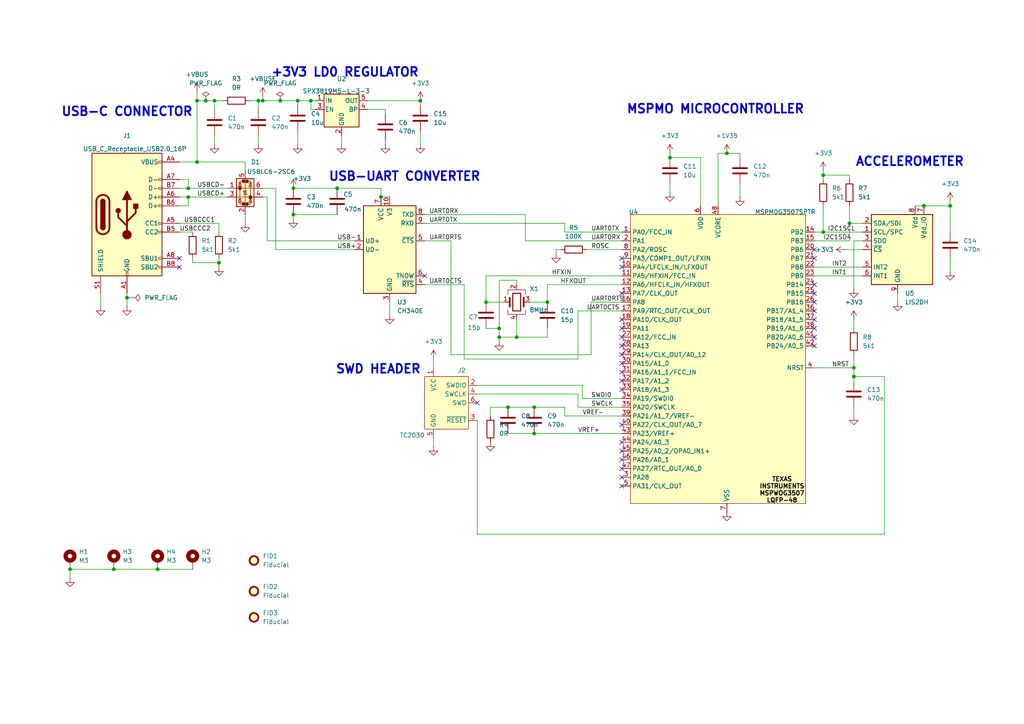
<source format=kicad_sch>
(kicad_sch (version 20250114) (generator "eeschema") (generator_version "9.0")
  (paper "A4")
  (lib_symbols
    (symbol "Connector:Conn_ARM_SWD_TagConnect_TC2030" (in_bom no)
      (property "Reference" "J3" (at -6.35 1.2701 0))
      (property "Value" "Conn_ARM_SWD_TagConnect_TC2030" (at -6.35 -1.2699 0))
      (symbol "Conn_ARM_SWD_TagConnect_TC2030_0_0"
        (pin power_in line (at -2.54 10.16 270) (length 2.54) (name "VCC") (number "1"))
        (pin power_in line (at -2.54 -10.16 90) (length 2.54) (name "GND") (number "5"))
        (pin bidirectional line (at 10.16 5.08 180) (length 2.54) (name "SWDIO") (number "2"))
        (pin output line (at 10.16 2.54 180) (length 2.54) (name "SWCLK") (number "4"))
        (pin input line (at 10.16 0 180) (length 2.54) (name "SWO") (number "6"))
        (pin open_collector line (at 10.16 -5.08 180) (length 2.54) (name "~{RESET}") (number "3"))
      )
    )
    (symbol "Connector:USB_C_Receptacle_USB2.0_16P" (pin_names (offset 1.016))
      (property "Reference" "J1" (at 0 22.86 0))
      (property "Value" "USB_C_Receptacle_USB2.0_16P" (at 0 20.32 0))
      (symbol "USB_C_Receptacle_USB2.0_16P_1_1"
        (pin passive line (at -7.62 -22.86 90) (length 5.08) (name "SHIELD") (number "S1"))
        (pin passive line (at 0 -22.86 90) (length 5.08) (name "GND") (number "A1"))
        (pin passive line (at 0 -22.86 90) (length 5.08) (hide yes) (name "GND") (number "A12"))
        (pin passive line (at 0 -22.86 90) (length 5.08) (hide yes) (name "GND") (number "B1"))
        (pin passive line (at 0 -22.86 90) (length 5.08) (hide yes) (name "GND") (number "B12"))
        (pin passive line (at 15.24 15.24 180) (length 5.08) (name "VBUS") (number "A4"))
        (pin passive line (at 15.24 15.24 180) (length 5.08) (hide yes) (name "VBUS") (number "A9"))
        (pin passive line (at 15.24 15.24 180) (length 5.08) (hide yes) (name "VBUS") (number "B4"))
        (pin passive line (at 15.24 15.24 180) (length 5.08) (hide yes) (name "VBUS") (number "B9"))
        (pin bidirectional line (at 15.24 10.16 180) (length 5.08) (name "D-") (number "A7"))
        (pin bidirectional line (at 15.24 7.62 180) (length 5.08) (name "D-") (number "B7"))
        (pin bidirectional line (at 15.24 5.08 180) (length 5.08) (name "D+") (number "A6"))
        (pin bidirectional line (at 15.24 2.54 180) (length 5.08) (name "D+") (number "B6"))
        (pin bidirectional line (at 15.24 -2.54 180) (length 5.08) (name "CC1") (number "A5"))
        (pin bidirectional line (at 15.24 -5.08 180) (length 5.08) (name "CC2") (number "B5"))
        (pin bidirectional line (at 15.24 -12.7 180) (length 5.08) (name "SBU1") (number "A8"))
        (pin bidirectional line (at 15.24 -15.24 180) (length 5.08) (name "SBU2") (number "B8"))
      )
    )
    (symbol "Device:C" (pin_numbers (hide yes)) (pin_names (offset 0.254))
      (property "Reference" "C" (at 0.635 2.54 0))
      (property "Value" "C" (at 0.635 -2.54 0))
      (symbol "C_1_1"
        (pin passive line (at 0 3.81 270) (length 2.794) (name "~") (number "1"))
        (pin passive line (at 0 -3.81 90) (length 2.794) (name "~") (number "2"))
      )
    )
    (symbol "Device:Crystal_GND24" (pin_names (offset 1.016) (hide yes))
      (property "Reference" "Y" (at 3.175 5.08 0))
      (property "Value" "Crystal_GND24" (at 3.175 3.175 0))
      (symbol "Crystal_GND24_1_1"
        (pin passive line (at -3.81 0 0) (length 1.27) (name "1") (number "1"))
        (pin passive line (at 0 5.08 270) (length 1.27) (name "2") (number "2"))
        (pin passive line (at 0 -5.08 90) (length 1.27) (name "4") (number "4"))
        (pin passive line (at 3.81 0 180) (length 1.27) (name "3") (number "3"))
      )
    )
    (symbol "Device:R" (pin_numbers (hide yes)) (pin_names (offset 0))
      (property "Reference" "R" (at 2.032 0 90))
      (property "Value" "R" (at 0 0 90))
      (symbol "R_1_1"
        (pin passive line (at 0 3.81 270) (length 1.27) (name "~") (number "1"))
        (pin passive line (at 0 -3.81 90) (length 1.27) (name "~") (number "2"))
      )
    )
    (symbol "Interface_USB:CH340E"
      (property "Reference" "U" (at -5.08 13.97 0))
      (property "Value" "CH340E" (at 1.27 13.97 0))
      (symbol "CH340E_1_1"
        (pin bidirectional line (at -10.16 2.54 0) (length 2.54) (name "UD+") (number "1"))
        (pin bidirectional line (at -10.16 0 0) (length 2.54) (name "UD-") (number "2"))
        (pin power_in line (at -2.54 15.24 270) (length 2.54) (name "VCC") (number "7"))
        (pin power_out line (at 0 15.24 270) (length 2.54) (name "V3") (number "10"))
        (pin power_in line (at 0 -15.24 90) (length 2.54) (name "GND") (number "3"))
        (pin output line (at 10.16 10.16 180) (length 2.54) (name "TXD") (number "8"))
        (pin input line (at 10.16 7.62 180) (length 2.54) (name "RXD") (number "9"))
        (pin input line (at 10.16 2.54 180) (length 2.54) (name "~{CTS}") (number "5"))
        (pin output line (at 10.16 -7.62 180) (length 2.54) (name "TNOW") (number "6"))
        (pin output line (at 10.16 -10.16 180) (length 2.54) (name "~{RTS}") (number "4"))
      )
    )
    (symbol "MSPM0_Lib:MSPM0G3507SPTR"
      (property "Reference" "U1" (at -0.508 0.762 0))
      (property "Value" "MSPM0G3507SPTR" (at 42.164 0.762 0))
      (symbol "MSPM0G3507SPTR_0_0"
        (pin bidirectional line (at -2.54 -5.08 0) (length 2.54) (name "PA0/FCC_IN") (number "1"))
        (pin bidirectional line (at -2.54 -7.62 0) (length 2.54) (name "PA1") (number "2"))
        (pin bidirectional line (at -2.54 -10.16 0) (length 2.54) (name "PA2/ROSC") (number "8"))
        (pin bidirectional line (at -2.54 -12.7 0) (length 2.54) (name "PA3/COMP1_OUT/LFXIN") (number "9"))
        (pin bidirectional line (at -2.54 -15.24 0) (length 2.54) (name "PA4/LFCLK_IN/LFXOUT") (number "10"))
        (pin bidirectional line (at -2.54 -17.78 0) (length 2.54) (name "PA5/HFXIN/FCC_IN") (number "11"))
        (pin bidirectional line (at -2.54 -20.32 0) (length 2.54) (name "PA6/HFCLK_IN/HFXOUT") (number "12"))
        (pin bidirectional line (at -2.54 -22.86 0) (length 2.54) (name "PA7/CLK_OUT") (number "13"))
        (pin bidirectional line (at -2.54 -25.4 0) (length 2.54) (name "PA8") (number "16"))
        (pin bidirectional line (at -2.54 -27.94 0) (length 2.54) (name "PA9/RTC_OUT/CLK_OUT") (number "17"))
        (pin bidirectional line (at -2.54 -30.48 0) (length 2.54) (name "PA10/CLK_OUT") (number "18"))
        (pin bidirectional line (at -2.54 -33.02 0) (length 2.54) (name "PA11") (number "19"))
        (pin bidirectional line (at -2.54 -35.56 0) (length 2.54) (name "PA12/FCC_IN") (number "27"))
        (pin bidirectional line (at -2.54 -38.1 0) (length 2.54) (name "PA13") (number "28"))
        (pin bidirectional line (at -2.54 -40.64 0) (length 2.54) (name "PA14/CLK_OUT/A0_12") (number "29"))
        (pin bidirectional line (at -2.54 -43.18 0) (length 2.54) (name "PA15/A1_0") (number "30"))
        (pin bidirectional line (at -2.54 -45.72 0) (length 2.54) (name "PA16/A1_1/FCC_IN") (number "31"))
        (pin bidirectional line (at -2.54 -48.26 0) (length 2.54) (name "PA17/A1_2") (number "32"))
        (pin bidirectional line (at -2.54 -50.8 0) (length 2.54) (name "PA18/A1_3") (number "33"))
        (pin bidirectional line (at -2.54 -53.34 0) (length 2.54) (name "PA19/SWDI0") (number "34"))
        (pin bidirectional line (at -2.54 -55.88 0) (length 2.54) (name "PA20/SWCLK") (number "35"))
        (pin bidirectional line (at -2.54 -58.42 0) (length 2.54) (name "PA21/A1_7/VREF-") (number "39"))
        (pin bidirectional line (at -2.54 -60.96 0) (length 2.54) (name "PA22/CLK_OUT/A0_7") (number "40"))
        (pin bidirectional line (at -2.54 -63.5 0) (length 2.54) (name "PA23/VREF+") (number "43"))
        (pin bidirectional line (at -2.54 -66.04 0) (length 2.54) (name "PA24/A0_3") (number "44"))
        (pin bidirectional line (at -2.54 -68.58 0) (length 2.54) (name "PA25/A0_2/OPA0_IN1+") (number "45"))
        (pin bidirectional line (at -2.54 -71.12 0) (length 2.54) (name "PA26/A0_1") (number "46"))
        (pin bidirectional line (at -2.54 -73.66 0) (length 2.54) (name "PA27/RTC_OUT/A0_0") (number "47"))
        (pin bidirectional line (at -2.54 -76.2 0) (length 2.54) (name "PA28") (number "3"))
        (pin bidirectional line (at -2.54 -78.74 0) (length 2.54) (name "PA31/CLK_OUT") (number "5"))
        (pin power_in line (at 20.32 2.54 270) (length 2.54) (name "VDD") (number "6"))
        (pin power_out line (at 25.4 2.54 270) (length 2.54) (name "VCORE") (number "48"))
        (pin power_in line (at 27.94 -86.36 90) (length 2.54) (name "VSS") (number "7"))
        (pin bidirectional line (at 53.34 -5.08 180) (length 2.54) (name "PB2") (number "14"))
        (pin bidirectional line (at 53.34 -7.62 180) (length 2.54) (name "PB3") (number "15"))
        (pin bidirectional line (at 53.34 -10.16 180) (length 2.54) (name "PB6") (number "20"))
        (pin bidirectional line (at 53.34 -12.7 180) (length 2.54) (name "PB7") (number "21"))
        (pin bidirectional line (at 53.34 -15.24 180) (length 2.54) (name "PB8") (number "22"))
        (pin bidirectional line (at 53.34 -17.78 180) (length 2.54) (name "PB9") (number "23"))
        (pin bidirectional line (at 53.34 -20.32 180) (length 2.54) (name "PB14") (number "24"))
        (pin bidirectional line (at 53.34 -22.86 180) (length 2.54) (name "PB15") (number "25"))
        (pin bidirectional line (at 53.34 -25.4 180) (length 2.54) (name "PB16") (number "26"))
        (pin bidirectional line (at 53.34 -27.94 180) (length 2.54) (name "PB17/A1_4") (number "36"))
        (pin bidirectional line (at 53.34 -30.48 180) (length 2.54) (name "PB18/A1_5") (number "37"))
        (pin bidirectional line (at 53.34 -33.02 180) (length 2.54) (name "PB19/A1_6") (number "38"))
        (pin bidirectional line (at 53.34 -35.56 180) (length 2.54) (name "PB20/A0_6") (number "41"))
        (pin bidirectional line (at 53.34 -38.1 180) (length 2.54) (name "PB24/A0_5") (number "42"))
        (pin input line (at 53.34 -44.45 180) (length 2.54) (name "NRST") (number "4"))
      )
      (symbol "MSPM0G3507SPTR_1_1"
        (text "TEXAS\nINSTRUMENTS\nMSPWOG3507\nLQFP-48" (at 43.942 -79.756 0) (effects (font (size 1.27 1.27) (thickness 0.254) (bold yes))))
      )
    )
    (symbol "Mechanical:Fiducial" (in_bom no)
      (property "Reference" "FID" (at 0 5.08 0))
      (property "Value" "Fiducial" (at 0 3.175 0))
    )
    (symbol "Mechanical:MountingHole_Pad" (pin_numbers (hide yes)) (pin_names (offset 1.016) (hide yes)) (in_bom no)
      (property "Reference" "H" (at 0 6.35 0))
      (property "Value" "MountingHole_Pad" (at 0 4.445 0))
      (symbol "MountingHole_Pad_1_1"
        (pin input line (at 0 -2.54 90) (length 2.54) (name "1") (number "1"))
      )
    )
    (symbol "Power_Protection:USBLC6-2SC6" (pin_names (hide yes))
      (property "Reference" "U" (at 0.635 5.715 0))
      (property "Value" "USBLC6-2SC6" (at 0.635 3.81 0))
      (symbol "USBLC6-2SC6_1_1"
        (pin passive line (at -5.08 0 0) (length 2.54) (name "I/O1") (number "1"))
        (pin passive line (at -5.08 -2.54 0) (length 2.54) (name "I/O2") (number "3"))
        (pin passive line (at 0 5.08 270) (length 2.54) (name "VBUS") (number "5"))
        (pin passive line (at 0 -7.62 90) (length 2.54) (name "GND") (number "2"))
        (pin passive line (at 5.08 0 180) (length 2.54) (name "I/O1") (number "6"))
        (pin passive line (at 5.08 -2.54 180) (length 2.54) (name "I/O2") (number "4"))
      )
    )
    (symbol "Regulator_Linear:SPX3819M5-L-3-3" (pin_names (offset 0.254))
      (property "Reference" "U" (at -3.81 5.715 0))
      (property "Value" "SPX3819M5-L-3-3" (at 0 5.715 0))
      (symbol "SPX3819M5-L-3-3_1_1"
        (pin power_in line (at -7.62 2.54 0) (length 2.54) (name "IN") (number "1"))
        (pin input line (at -7.62 0 0) (length 2.54) (name "EN") (number "3"))
        (pin power_in line (at 0 -7.62 90) (length 2.54) (name "GND") (number "2"))
        (pin power_out line (at 7.62 2.54 180) (length 2.54) (name "OUT") (number "5"))
        (pin input line (at 7.62 0 180) (length 2.54) (name "BP") (number "4"))
      )
    )
    (symbol "Sensor_Motion:LIS2DH"
      (property "Reference" "U5" (at 2.1433 -12.7 0))
      (property "Value" "LIS2DH" (at 2.1433 -15.24 0))
      (symbol "LIS2DH_1_1"
        (pin bidirectional line (at -10.16 7.62 0) (length 2.54) (name "SDA/SDI") (number "2"))
        (pin input line (at -10.16 5.08 0) (length 2.54) (name "SCL/SPC") (number "1"))
        (pin output line (at -10.16 2.54 0) (length 2.54) (name "SDO") (number "3"))
        (pin input line (at -10.16 0 0) (length 2.54) (name "~{CS}") (number "4"))
        (pin output line (at -10.16 -5.08 0) (length 2.54) (name "INT2") (number "5"))
        (pin output line (at -10.16 -7.62 0) (length 2.54) (name "INT1") (number "6"))
        (pin passive line (at 0 -12.7 90) (length 2.54) (hide yes) (name "GND") (number "10"))
        (pin passive line (at 0 -12.7 90) (length 2.54) (hide yes) (name "GND") (number "11"))
        (pin passive line (at 0 -12.7 90) (length 2.54) (hide yes) (name "GND") (number "12"))
        (pin passive line (at 0 -12.7 90) (length 2.54) (hide yes) (name "GND") (number "13"))
        (pin passive line (at 0 -12.7 90) (length 2.54) (hide yes) (name "GND") (number "14"))
        (pin power_in line (at 0 -12.7 90) (length 2.54) (name "GND") (number "9"))
        (pin power_in line (at 5.08 12.7 270) (length 2.54) (name "Vdd") (number "8"))
        (pin power_in line (at 7.62 12.7 270) (length 2.54) (name "Vdd_IO") (number "7"))
      )
    )
    (symbol "power:+3.3V" (power) (pin_numbers (hide yes)) (pin_names (offset 0) (hide yes))
      (property "Value" "+3.3V" (at 0 3.556 0))
      (symbol "+3.3V_1_1"
        (pin power_in line (at 0 0 90) (length 0) (name "~") (number "1"))
      )
    )
    (symbol "power:GND" (power) (pin_numbers (hide yes)) (pin_names (offset 0) (hide yes))
      (property "Value" "GND" (at 0 -3.81 0))
      (symbol "GND_1_1"
        (pin power_in line (at 0 0 270) (length 0) (name "~") (number "1"))
      )
    )
    (symbol "power:PWR_FLAG" (power) (pin_numbers (hide yes)) (pin_names (offset 0) (hide yes))
      (property "Value" "PWR_FLAG" (at 0 3.81 0))
      (symbol "PWR_FLAG_0_0"
        (pin power_out line (at 0 0 90) (length 0) (name "~") (number "1"))
      )
    )
    (symbol "power:VBUS" (power) (pin_numbers (hide yes)) (pin_names (offset 0) (hide yes))
      (property "Value" "VBUS" (at 0 3.556 0))
      (symbol "VBUS_1_1"
        (pin power_in line (at 0 0 90) (length 0) (name "~") (number "1"))
      )
    )
  )
  (text "MSPMO MICROCONTROLLER" (at 207.518 31.75 0) (effects (font (size 2.54 2.54) (thickness 0.508) (bold yes))))
  (text "USB-C CONNECTOR" (at 36.83 32.512 0) (effects (font (size 2.54 2.54) (thickness 0.508) (bold yes))))
  (text "+3V3 LD0 REGULATOR" (at 100.076 21.082 0) (effects (font (size 2.54 2.54) (thickness 0.508) (bold yes))))
  (text "SWD HEADER" (at 109.728 107.188 0) (effects (font (size 2.54 2.54) (thickness 0.508) (bold yes))))
  (text "ACCELEROMETER" (at 263.906 46.99 0) (effects (font (size 2.54 2.54) (thickness 0.508) (bold yes))))
  (text "USB-UART CONVERTER" (at 117.348 51.308 0) (effects (font (size 2.54 2.54) (thickness 0.508) (bold yes))))
  (junction (at 20.32 165.1))
  (junction (at 144.78 97.79))
  (junction (at 238.76 67.31))
  (junction (at 62.23 29.21))
  (junction (at 33.02 165.1))
  (junction (at 158.75 87.63))
  (junction (at 149.86 97.79))
  (junction (at 36.83 86.36))
  (junction (at 154.94 125.73))
  (junction (at 110.49 57.15))
  (junction (at 194.31 45.72))
  (junction (at 81.28 29.21))
  (junction (at 275.59 59.69))
  (junction (at 85.09 54.61))
  (junction (at 97.79 54.61))
  (junction (at 54.61 57.15))
  (junction (at 238.76 50.8))
  (junction (at 57.15 46.99))
  (junction (at 246.38 64.77))
  (junction (at 54.61 54.61))
  (junction (at 63.5 76.2))
  (junction (at 247.65 106.68))
  (junction (at 140.97 87.63))
  (junction (at 76.2 29.21))
  (junction (at 210.82 44.45))
  (junction (at 45.72 165.1))
  (junction (at 154.94 118.11))
  (junction (at 121.92 29.21))
  (junction (at 267.97 59.69))
  (junction (at 86.36 29.21))
  (junction (at 247.65 109.22))
  (junction (at 90.17 29.21))
  (junction (at 147.32 118.11))
  (junction (at 59.69 29.21))
  (junction (at 74.93 29.21))
  (junction (at 57.15 29.21))
  (junction (at 85.09 62.23))
  (junction (at 144.78 95.25))
  (no_connect (at 180.34 135.89))
  (no_connect (at 180.34 140.97))
  (no_connect (at 236.22 87.63))
  (no_connect (at 180.34 102.87))
  (no_connect (at 236.22 82.55))
  (no_connect (at 180.34 100.33))
  (no_connect (at 180.34 128.27))
  (no_connect (at 180.34 110.49))
  (no_connect (at 180.34 105.41))
  (no_connect (at 180.34 74.93))
  (no_connect (at 180.34 97.79))
  (no_connect (at 236.22 90.17))
  (no_connect (at 236.22 95.25))
  (no_connect (at 180.34 85.09))
  (no_connect (at 180.34 95.25))
  (no_connect (at 236.22 85.09))
  (no_connect (at 180.34 113.03))
  (no_connect (at 180.34 77.47))
  (no_connect (at 236.22 92.71))
  (no_connect (at 236.22 72.39))
  (no_connect (at 138.43 116.84))
  (no_connect (at 180.34 92.71))
  (no_connect (at 123.19 80.01))
  (no_connect (at 180.34 133.35))
  (no_connect (at 236.22 97.79))
  (no_connect (at 180.34 123.19))
  (no_connect (at 236.22 100.33))
  (no_connect (at 52.07 77.47))
  (no_connect (at 52.07 74.93))
  (no_connect (at 180.34 107.95))
  (no_connect (at 180.34 138.43))
  (no_connect (at 236.22 74.93))
  (no_connect (at 180.34 130.81))
  (wire (pts (xy 267.97 59.69) (xy 275.59 59.69)))
  (wire (pts (xy 106.68 29.21) (xy 121.92 29.21)))
  (wire (pts (xy 90.17 31.75) (xy 90.17 29.21)))
  (wire (pts (xy 250.19 69.85) (xy 247.65 69.85)))
  (wire (pts (xy 158.75 82.55) (xy 180.34 82.55)))
  (wire (pts (xy 59.69 29.21) (xy 57.15 29.21)))
  (wire (pts (xy 167.64 118.11) (xy 167.64 114.3)))
  (wire (pts (xy 45.72 165.1) (xy 55.88 165.1)))
  (wire (pts (xy 77.47 69.85) (xy 102.87 69.85)))
  (wire (pts (xy 149.86 97.79) (xy 158.75 97.79)))
  (wire (pts (xy 123.19 69.85) (xy 130.81 69.85)))
  (wire (pts (xy 110.49 57.15) (xy 113.03 57.15)))
  (wire (pts (xy 74.93 31.75) (xy 74.93 29.21)))
  (wire (pts (xy 153.67 87.63) (xy 158.75 87.63)))
  (wire (pts (xy 74.93 29.21) (xy 76.2 29.21)))
  (wire (pts (xy 162.56 72.39) (xy 161.29 72.39)))
  (wire (pts (xy 55.88 74.93) (xy 55.88 76.2)))
  (wire (pts (xy 163.83 64.77) (xy 163.83 67.31)))
  (wire (pts (xy 246.38 52.07) (xy 246.38 50.8)))
  (wire (pts (xy 62.23 29.21) (xy 62.23 31.75)))
  (wire (pts (xy 77.47 57.15) (xy 77.47 69.85)))
  (wire (pts (xy 154.94 125.73) (xy 180.34 125.73)))
  (wire (pts (xy 80.01 72.39) (xy 102.87 72.39)))
  (wire (pts (xy 20.32 165.1) (xy 33.02 165.1)))
  (wire (pts (xy 152.4 62.23) (xy 152.4 69.85)))
  (wire (pts (xy 194.31 44.45) (xy 194.31 45.72)))
  (wire (pts (xy 123.19 62.23) (xy 152.4 62.23)))
  (wire (pts (xy 76.2 54.61) (xy 80.01 54.61)))
  (wire (pts (xy 86.36 38.1) (xy 86.36 41.91)))
  (wire (pts (xy 36.83 85.09) (xy 36.83 86.36)))
  (wire (pts (xy 110.49 57.15) (xy 110.49 54.61)))
  (wire (pts (xy 123.19 64.77) (xy 163.83 64.77)))
  (wire (pts (xy 168.91 115.57) (xy 180.34 115.57)))
  (wire (pts (xy 194.31 53.34) (xy 194.31 55.88)))
  (wire (pts (xy 171.45 102.87) (xy 171.45 87.63)))
  (wire (pts (xy 163.83 120.65) (xy 163.83 118.11)))
  (wire (pts (xy 110.49 54.61) (xy 97.79 54.61)))
  (wire (pts (xy 247.65 69.85) (xy 247.65 83.82)))
  (wire (pts (xy 144.78 95.25) (xy 144.78 97.79)))
  (wire (pts (xy 146.05 87.63) (xy 140.97 87.63)))
  (wire (pts (xy 20.32 165.1) (xy 20.32 167.64)))
  (wire (pts (xy 246.38 50.8) (xy 238.76 50.8)))
  (wire (pts (xy 71.12 62.23) (xy 71.12 64.77)))
  (wire (pts (xy 168.91 111.76) (xy 168.91 115.57)))
  (wire (pts (xy 111.76 40.64) (xy 111.76 41.91)))
  (wire (pts (xy 236.22 69.85) (xy 246.38 69.85)))
  (wire (pts (xy 54.61 57.15) (xy 66.04 57.15)))
  (wire (pts (xy 130.81 69.85) (xy 130.81 102.87)))
  (wire (pts (xy 111.76 31.75) (xy 111.76 33.02)))
  (wire (pts (xy 167.64 90.17) (xy 167.64 104.14)))
  (wire (pts (xy 247.65 106.68) (xy 247.65 109.22)))
  (wire (pts (xy 140.97 87.63) (xy 140.97 80.01)))
  (wire (pts (xy 80.01 54.61) (xy 80.01 72.39)))
  (wire (pts (xy 158.75 95.25) (xy 158.75 97.79)))
  (wire (pts (xy 130.81 102.87) (xy 171.45 102.87)))
  (wire (pts (xy 203.2 59.69) (xy 203.2 45.72)))
  (wire (pts (xy 71.12 49.53) (xy 71.12 46.99)))
  (wire (pts (xy 167.64 118.11) (xy 180.34 118.11)))
  (wire (pts (xy 208.28 59.69) (xy 208.28 44.45)))
  (wire (pts (xy 52.07 59.69) (xy 54.61 59.69)))
  (wire (pts (xy 57.15 46.99) (xy 71.12 46.99)))
  (wire (pts (xy 144.78 95.25) (xy 140.97 95.25)))
  (wire (pts (xy 170.18 72.39) (xy 180.34 72.39)))
  (wire (pts (xy 138.43 154.94) (xy 256.54 154.94)))
  (wire (pts (xy 138.43 111.76) (xy 168.91 111.76)))
  (wire (pts (xy 247.65 102.87) (xy 247.65 106.68)))
  (wire (pts (xy 74.93 39.37) (xy 74.93 41.91)))
  (wire (pts (xy 154.94 118.11) (xy 163.83 118.11)))
  (wire (pts (xy 52.07 54.61) (xy 54.61 54.61)))
  (wire (pts (xy 236.22 77.47) (xy 250.19 77.47)))
  (wire (pts (xy 161.29 72.39) (xy 161.29 73.66)))
  (wire (pts (xy 246.38 69.85) (xy 246.38 64.77)))
  (wire (pts (xy 76.2 27.94) (xy 76.2 29.21)))
  (wire (pts (xy 171.45 87.63) (xy 180.34 87.63)))
  (wire (pts (xy 144.78 97.79) (xy 149.86 97.79)))
  (wire (pts (xy 214.63 53.34) (xy 214.63 57.15)))
  (wire (pts (xy 113.03 87.63) (xy 113.03 91.44)))
  (wire (pts (xy 247.65 118.11) (xy 247.65 120.65)))
  (wire (pts (xy 238.76 67.31) (xy 250.19 67.31)))
  (wire (pts (xy 36.83 86.36) (xy 38.1 86.36)))
  (wire (pts (xy 54.61 57.15) (xy 54.61 59.69)))
  (wire (pts (xy 63.5 64.77) (xy 63.5 67.31)))
  (wire (pts (xy 144.78 81.28) (xy 144.78 95.25)))
  (wire (pts (xy 85.09 62.23) (xy 85.09 63.5)))
  (wire (pts (xy 238.76 59.69) (xy 238.76 67.31)))
  (wire (pts (xy 76.2 57.15) (xy 77.47 57.15)))
  (wire (pts (xy 260.35 85.09) (xy 260.35 87.63)))
  (wire (pts (xy 64.77 29.21) (xy 62.23 29.21)))
  (wire (pts (xy 275.59 59.69) (xy 275.59 67.31)))
  (wire (pts (xy 54.61 54.61) (xy 66.04 54.61)))
  (wire (pts (xy 62.23 39.37) (xy 62.23 41.91)))
  (wire (pts (xy 167.64 114.3) (xy 138.43 114.3)))
  (wire (pts (xy 121.92 29.21) (xy 121.92 30.48)))
  (wire (pts (xy 86.36 29.21) (xy 86.36 30.48)))
  (wire (pts (xy 214.63 44.45) (xy 214.63 45.72)))
  (wire (pts (xy 238.76 50.8) (xy 238.76 52.07)))
  (wire (pts (xy 163.83 67.31) (xy 180.34 67.31)))
  (wire (pts (xy 125.73 104.14) (xy 125.73 106.68)))
  (wire (pts (xy 140.97 80.01) (xy 180.34 80.01)))
  (wire (pts (xy 245.11 72.39) (xy 250.19 72.39)))
  (wire (pts (xy 275.59 74.93) (xy 275.59 78.74)))
  (wire (pts (xy 91.44 31.75) (xy 90.17 31.75)))
  (wire (pts (xy 149.86 92.71) (xy 149.86 97.79)))
  (wire (pts (xy 106.68 31.75) (xy 111.76 31.75)))
  (wire (pts (xy 238.76 49.53) (xy 238.76 50.8)))
  (wire (pts (xy 29.21 85.09) (xy 29.21 88.9)))
  (wire (pts (xy 210.82 44.45) (xy 214.63 44.45)))
  (wire (pts (xy 55.88 76.2) (xy 63.5 76.2)))
  (wire (pts (xy 142.24 118.11) (xy 142.24 120.65)))
  (wire (pts (xy 134.62 104.14) (xy 167.64 104.14)))
  (wire (pts (xy 246.38 59.69) (xy 246.38 64.77)))
  (wire (pts (xy 256.54 109.22) (xy 247.65 109.22)))
  (wire (pts (xy 247.65 92.71) (xy 247.65 95.25)))
  (wire (pts (xy 33.02 165.1) (xy 45.72 165.1)))
  (wire (pts (xy 125.73 127) (xy 125.73 129.54)))
  (wire (pts (xy 152.4 69.85) (xy 180.34 69.85)))
  (wire (pts (xy 76.2 29.21) (xy 81.28 29.21)))
  (wire (pts (xy 236.22 106.68) (xy 247.65 106.68)))
  (wire (pts (xy 62.23 29.21) (xy 59.69 29.21)))
  (wire (pts (xy 275.59 58.42) (xy 275.59 59.69)))
  (wire (pts (xy 36.83 86.36) (xy 36.83 88.9)))
  (wire (pts (xy 86.36 29.21) (xy 90.17 29.21)))
  (wire (pts (xy 167.64 90.17) (xy 180.34 90.17)))
  (wire (pts (xy 85.09 62.23) (xy 97.79 62.23)))
  (wire (pts (xy 256.54 154.94) (xy 256.54 109.22)))
  (wire (pts (xy 85.09 54.61) (xy 97.79 54.61)))
  (wire (pts (xy 52.07 57.15) (xy 54.61 57.15)))
  (wire (pts (xy 194.31 45.72) (xy 203.2 45.72)))
  (wire (pts (xy 144.78 97.79) (xy 144.78 99.06)))
  (wire (pts (xy 90.17 29.21) (xy 91.44 29.21)))
  (wire (pts (xy 149.86 81.28) (xy 149.86 82.55)))
  (wire (pts (xy 99.06 39.37) (xy 99.06 41.91)))
  (wire (pts (xy 149.86 81.28) (xy 144.78 81.28)))
  (wire (pts (xy 208.28 44.45) (xy 210.82 44.45)))
  (wire (pts (xy 72.39 29.21) (xy 74.93 29.21)))
  (wire (pts (xy 236.22 67.31) (xy 238.76 67.31)))
  (wire (pts (xy 236.22 80.01) (xy 250.19 80.01)))
  (wire (pts (xy 147.32 125.73) (xy 154.94 125.73)))
  (wire (pts (xy 163.83 120.65) (xy 180.34 120.65)))
  (wire (pts (xy 267.97 59.69) (xy 265.43 59.69)))
  (wire (pts (xy 52.07 46.99) (xy 57.15 46.99)))
  (wire (pts (xy 158.75 87.63) (xy 158.75 82.55)))
  (wire (pts (xy 134.62 82.55) (xy 134.62 104.14)))
  (wire (pts (xy 138.43 121.92) (xy 138.43 154.94)))
  (wire (pts (xy 54.61 52.07) (xy 54.61 54.61)))
  (wire (pts (xy 57.15 29.21) (xy 57.15 46.99)))
  (wire (pts (xy 247.65 109.22) (xy 247.65 110.49)))
  (wire (pts (xy 52.07 67.31) (xy 55.88 67.31)))
  (wire (pts (xy 57.15 26.67) (xy 57.15 29.21)))
  (wire (pts (xy 147.32 118.11) (xy 154.94 118.11)))
  (wire (pts (xy 121.92 38.1) (xy 121.92 41.91)))
  (wire (pts (xy 52.07 52.07) (xy 54.61 52.07)))
  (wire (pts (xy 246.38 64.77) (xy 250.19 64.77)))
  (wire (pts (xy 63.5 74.93) (xy 63.5 76.2)))
  (wire (pts (xy 81.28 29.21) (xy 86.36 29.21)))
  (wire (pts (xy 63.5 76.2) (xy 63.5 77.47)))
  (wire (pts (xy 142.24 118.11) (xy 147.32 118.11)))
  (wire (pts (xy 52.07 64.77) (xy 63.5 64.77)))
  (wire (pts (xy 123.19 82.55) (xy 134.62 82.55)))
  (label "SWCLK" (at 171.45 118.11 0))
  (label "USB-" (at 97.79 69.85 0))
  (label "VREF+" (at 167.64 125.73 0))
  (label "VREF-" (at 168.91 120.65 0))
  (label "I2C1SCL" (at 240.03 67.31 0))
  (label "I2C1SD4" (at 238.76 69.85 0))
  (label "ROSC" (at 171.45 72.39 0))
  (label "UART0TX" (at 171.45 67.31 0))
  (label "USBCD+" (at 57.15 57.15 0) (effects (font (thickness 0.1588))))
  (label "UART0RTS" (at 171.45 87.63 0))
  (label "USBCCC1" (at 53.34 64.77 0) (effects (font (thickness 0.1588))))
  (label "USB+" (at 97.79 72.39 0))
  (label "USBCD-" (at 57.15 54.61 0) (effects (font (thickness 0.1588))))
  (label "UART0CTS" (at 124.46 82.55 0))
  (label "UART0RTS" (at 124.46 69.85 0))
  (label "UART0RX" (at 171.45 69.85 0))
  (label "HFXOUT" (at 162.56 82.55 0))
  (label "INT2" (at 241.3 77.47 0))
  (label "INT1" (at 241.3 80.01 0))
  (label "NRST" (at 241.3 106.68 0))
  (label "UART0RX" (at 124.46 62.23 0))
  (label "SWDI0" (at 171.45 115.57 0))
  (label "UART0CTS" (at 170.18 90.17 0))
  (label "USBCCC2" (at 52.07 67.31 0) (effects (font (thickness 0.1588))))
  (label "HFXIN" (at 160.02 80.01 0))
  (label "UART0TX" (at 124.46 64.77 0))
  (symbol (lib_id "Device:R") (at 55.88 71.12 0) (unit 1)
    (property "Reference" "R1" (at 58.42 69.8499 0) (effects (justify left)))
    (property "Value" "5k1" (at 58.42 72.3899 0) (effects (justify left)))
    (property "Footprint" "Resistor_SMD:R_0603_1608Metric" (effects (hide yes)))
    (property "Description" "Resistor" (effects (hide yes)))
  )
  (symbol (lib_id "Device:R") (at 63.5 71.12 0) (unit 1)
    (property "Reference" "R2" (at 66.04 69.8499 0) (effects (justify left)))
    (property "Value" "5k1" (at 66.04 72.3899 0) (effects (justify left)))
    (property "Footprint" "Resistor_SMD:R_0603_1608Metric" (effects (hide yes)))
    (property "Description" "Resistor" (effects (hide yes)))
  )
  (symbol (lib_id "power:+3.3V") (at 85.09 54.61 0) (unit 1)
    (property "Reference" "#PWR06" (effects (hide yes)))
    (property "Value" "+3V3" (at 87.63 51.816 0))
    (property "Description" "Power symbol creates a global label with name \"+3.3V\"" (effects (hide yes)))
  )
  (symbol (lib_id "power:+3.3V") (at 275.59 58.42 0) (unit 1)
    (property "Reference" "#PWR027" (effects (hide yes)))
    (property "Value" "+3V3" (at 275.59 53.34 0))
    (property "Description" "Power symbol creates a global label with name \"+3.3V\"" (effects (hide yes)))
  )
  (symbol (lib_id "power:GND") (at 29.21 88.9 0) (unit 1)
    (property "Reference" "#PWR033" (effects (hide yes)))
    (property "Value" "GND" (effects (hide yes)))
    (property "Description" "Power symbol creates a global label with name \"GND\" , ground" (effects (hide yes)))
  )
  (symbol (lib_id "Device:C") (at 147.32 121.92 0) (unit 1)
    (property "Reference" "C8" (at 151.13 120.6499 0) (effects (justify left)))
    (property "Value" "470n" (at 151.13 123.1899 0) (effects (justify left)))
    (property "Footprint" "Capacitor_SMD:C_0805_2012Metric" (effects (hide yes)))
    (property "Datasheet" "https://jlcpcb.com/api/file/downloadByFileSystemAccessId/8579706853615591424" (effects (hide yes)))
    (property "Description" "470nF 50V X5R ±10% 0805 Multilayer Ceramic Capacitors MLCC - SMD/SMT ROHS" (effects (hide yes)))
    (property "Package" "0805" (effects (hide yes)))
    (property "Manufacturer" "Samsung" (effects (hide yes)))
  )
  (symbol (lib_id "Device:R") (at 166.37 72.39 90) (unit 1)
    (property "Reference" "R5" (at 166.37 66.04 90))
    (property "Value" "100K" (at 166.37 68.58 90))
    (property "Footprint" "Resistor_SMD:R_0603_1608Metric" (effects (hide yes)))
    (property "Description" "Resistor" (effects (hide yes)))
  )
  (symbol (lib_id "Connector:Conn_ARM_SWD_TagConnect_TC2030") (at 128.27 116.84 0) (unit 1) (in_bom no)
    (property "Reference" "J2" (at 135.128 107.442 0) (effects (justify right)))
    (property "Value" "TC2030" (at 123.19 126.238 0) (effects (justify right)))
    (property "Footprint" "Connector:Tag-Connect_TC2030-IDC-FP_2x03_P1.27mm_Vertical" (effects (hide yes)))
    (property "Datasheet" "https://www.tag-connect.com/wp-content/uploads/bsk-pdf-manager/TC2030-CTX_1.pdf" (effects (hide yes)))
    (property "Description" "Tag-Connect ARM Cortex SWD JTAG connector, 6 pin" (effects (hide yes)))
  )
  (symbol (lib_id "Device:C") (at 121.92 34.29 0) (unit 1)
    (property "Reference" "C15" (at 125.73 33.0199 0) (effects (justify left)))
    (property "Value" "10u" (at 125.73 35.5599 0) (effects (justify left)))
    (property "Footprint" "Capacitor_SMD:C_0805_2012Metric" (effects (hide yes)))
    (property "Datasheet" "https://jlcpcb.com/api/file/downloadByFileSystemAccessId/8579706853615591424" (effects (hide yes)))
    (property "Description" "10uF 25V X5R ±10% 0805 Multilayer Ceramic Capacitors MLCC - SMD/SMT ROHS" (effects (hide yes)))
    (property "Package" "0805" (effects (hide yes)))
  )
  (symbol (lib_id "power:GND") (at 121.92 41.91 0) (unit 1)
    (property "Reference" "#PWR029" (effects (hide yes)))
    (property "Value" "GND" (effects (hide yes)))
    (property "Description" "Power symbol creates a global label with name \"GND\" , ground" (effects (hide yes)))
  )
  (symbol (lib_id "Device:C") (at 247.65 114.3 0) (unit 1)
    (property "Reference" "C13" (at 251.46 113.0299 0) (effects (justify left)))
    (property "Value" "470n" (at 251.46 115.5699 0) (effects (justify left)))
    (property "Footprint" "Capacitor_SMD:C_0805_2012Metric" (effects (hide yes)))
    (property "Datasheet" "https://jlcpcb.com/api/file/downloadByFileSystemAccessId/8579706853615591424" (effects (hide yes)))
    (property "Description" "470nF 50V X5R ±10% 0805 Multilayer Ceramic Capacitors MLCC - SMD/SMT ROHS" (effects (hide yes)))
    (property "Package" "0805" (effects (hide yes)))
    (property "Manufacturer" "Samsung" (effects (hide yes)))
  )
  (symbol (lib_id "power:GND") (at 161.29 73.66 0) (unit 1)
    (property "Reference" "#PWR015" (effects (hide yes)))
    (property "Value" "GND" (effects (hide yes)))
    (property "Description" "Power symbol creates a global label with name \"GND\" , ground" (effects (hide yes)))
  )
  (symbol (lib_id "power:GND") (at 275.59 78.74 0) (unit 1)
    (property "Reference" "#PWR028" (effects (hide yes)))
    (property "Value" "GND" (effects (hide yes)))
    (property "Description" "Power symbol creates a global label with name \"GND\" , ground" (effects (hide yes)))
  )
  (symbol (lib_id "power:GND") (at 20.32 167.64 0) (unit 1)
    (property "Reference" "#PWR035" (effects (hide yes)))
    (property "Value" "GND" (effects (hide yes)))
    (property "Description" "Power symbol creates a global label with name \"GND\" , ground" (effects (hide yes)))
  )
  (symbol (lib_id "power:GND") (at 99.06 41.91 0) (unit 1)
    (property "Reference" "#PWR09" (effects (hide yes)))
    (property "Value" "GND" (effects (hide yes)))
    (property "Description" "Power symbol creates a global label with name \"GND\" , ground" (effects (hide yes)))
  )
  (symbol (lib_id "power:+3.3V") (at 121.92 29.21 0) (unit 1)
    (property "Reference" "#PWR030" (effects (hide yes)))
    (property "Value" "+3V3" (at 121.92 24.13 0))
    (property "Description" "Power symbol creates a global label with name \"+3.3V\"" (effects (hide yes)))
  )
  (symbol (lib_id "Power_Protection:USBLC6-2SC6") (at 71.12 54.61 0) (unit 1)
    (property "Reference" "D1" (at 72.7711 46.99 0) (effects (justify left)))
    (property "Value" "USBLC6-2SC6" (at 71.628 49.784 0) (effects (justify left)))
    (property "Footprint" "Package_TO_SOT_SMD:SOT-23-6" (effects (hide yes)))
    (property "Datasheet" "https://www.st.com/resource/en/datasheet/usblc6-2.pdf" (effects (hide yes)))
    (property "Description" "Very low capacitance ESD protection diode, 2 data-line, SOT-23-6" (effects (hide yes)))
  )
  (symbol (lib_id "Device:C") (at 140.97 91.44 0) (unit 1)
    (property "Reference" "C7" (at 135.89 91.948 0) (effects (justify left)))
    (property "Value" "15p" (at 135.636 94.996 0) (effects (justify left)))
    (property "Footprint" "Capacitor_SMD:C_0805_2012Metric" (effects (hide yes)))
    (property "Datasheet" "https://jlcpcb.com/api/file/downloadByFileSystemAccessId/8579706853615591424" (effects (hide yes)))
    (property "Description" "470nF 50V X5R ±10% 0805 Multilayer Ceramic Capacitors MLCC - SMD/SMT ROHS" (effects (hide yes)))
    (property "Package" "0805" (effects (hide yes)))
    (property "Manufacturer" "Samsung" (effects (hide yes)))
  )
  (symbol (lib_id "MSPM0_Lib:MSPM0G3507SPTR") (at 182.88 62.23 0) (unit 1)
    (property "Reference" "U4" (at 182.372 61.468 0) (effects (justify left)))
    (property "Value" "MSPM0G3507SPTR" (at 218.948 61.468 0) (effects (justify left)))
    (property "Footprint" "Package_QFP:LQFP-48_7x7mm_P0.5mm" (effects (hide yes)))
    (property "Datasheet" "https://www.ti.com/lit/ds/symlink/mspm0g3507.pdf?ts=1763531352954" (effects (hide yes)))
    (property "Description" "Microntroller ARM Cortex-M0+ 80MHz 128kB 32kB" (effects (hide yes)))
  )
  (symbol (lib_id "power:+3.3V") (at 238.76 49.53 0) (unit 1)
    (property "Reference" "#PWR021" (effects (hide yes)))
    (property "Value" "+3V3" (at 238.76 44.45 0))
    (property "Description" "Power symbol creates a global label with name \"+3.3V\"" (effects (hide yes)))
  )
  (symbol (lib_id "Device:R") (at 246.38 55.88 0) (unit 1)
    (property "Reference" "R7" (at 248.92 54.6099 0) (effects (justify left)))
    (property "Value" "5k1" (at 248.92 57.1499 0) (effects (justify left)))
    (property "Footprint" "Resistor_SMD:R_0603_1608Metric" (effects (hide yes)))
    (property "Description" "Resistor" (effects (hide yes)))
  )
  (symbol (lib_id "Device:C") (at 74.93 35.56 0) (unit 1)
    (property "Reference" "C2" (at 78.74 34.2899 0) (effects (justify left)))
    (property "Value" "470n" (at 78.74 36.8299 0) (effects (justify left)))
    (property "Footprint" "Capacitor_SMD:C_0805_2012Metric" (effects (hide yes)))
    (property "Datasheet" "https://jlcpcb.com/api/file/downloadByFileSystemAccessId/8579706853615591424" (effects (hide yes)))
    (property "Description" "470nF 50V X5R ±10% 0805 Multilayer Ceramic Capacitors MLCC - SMD/SMT ROHS" (effects (hide yes)))
    (property "Package" "0805" (effects (hide yes)))
    (property "Manufacturer" "Samsung" (effects (hide yes)))
  )
  (symbol (lib_id "Mechanical:MountingHole_Pad") (at 33.02 162.56 0) (unit 1) (in_bom no)
    (property "Reference" "H3" (at 35.56 160.0199 0) (effects (justify left)))
    (property "Value" "M3" (at 35.56 162.5599 0) (effects (justify left)))
    (property "Description" "Mounting Hole with connection" (effects (hide yes)))
  )
  (symbol (lib_id "Device:C") (at 214.63 49.53 0) (unit 1)
    (property "Reference" "C12" (at 218.44 48.2599 0) (effects (justify left)))
    (property "Value" "470n" (at 218.44 50.7999 0) (effects (justify left)))
    (property "Footprint" "Capacitor_SMD:C_0805_2012Metric" (effects (hide yes)))
    (property "Datasheet" "https://jlcpcb.com/api/file/downloadByFileSystemAccessId/8579706853615591424" (effects (hide yes)))
    (property "Description" "470nF 50V X5R ±10% 0805 Multilayer Ceramic Capacitors MLCC - SMD/SMT ROHS" (effects (hide yes)))
    (property "Package" "0805" (effects (hide yes)))
    (property "Manufacturer" "Samsung" (effects (hide yes)))
  )
  (symbol (lib_id "power:GND") (at 85.09 63.5 0) (unit 1)
    (property "Reference" "#PWR07" (effects (hide yes)))
    (property "Value" "GND" (effects (hide yes)))
    (property "Description" "Power symbol creates a global label with name \"GND\" , ground" (effects (hide yes)))
  )
  (symbol (lib_id "Device:Crystal_GND24") (at 149.86 87.63 0) (unit 1)
    (property "Reference" "X1" (at 154.94 83.7498 0))
    (property "Value" "8MHz" (at 156.21 89.916 0))
    (property "Footprint" "Crystal:Crystal_SMD_2520-4Pin_2.5x2.0mm" (effects (hide yes)))
    (property "Description" "Four pin crystal, GND on pins 2 and 4" (effects (hide yes)))
  )
  (symbol (lib_id "power:VBUS") (at 57.15 26.67 0) (unit 1)
    (property "Reference" "#PWR01" (effects (hide yes)))
    (property "Value" "+VBUS" (at 57.15 21.59 0))
    (property "Description" "Power symbol creates a global label with name \"VBUS\"" (effects (hide yes)))
  )
  (symbol (lib_id "Device:R") (at 247.65 99.06 0) (unit 1)
    (property "Reference" "R8" (at 250.19 97.7899 0) (effects (justify left)))
    (property "Value" "5k1" (at 250.19 100.3299 0) (effects (justify left)))
    (property "Footprint" "Resistor_SMD:R_0603_1608Metric" (effects (hide yes)))
    (property "Description" "Resistor" (effects (hide yes)))
  )
  (symbol (lib_id "Device:C") (at 158.75 91.44 0) (unit 1)
    (property "Reference" "C10" (at 162.56 90.1699 0) (effects (justify left)))
    (property "Value" "15p" (at 162.56 92.7099 0) (effects (justify left)))
    (property "Footprint" "Capacitor_SMD:C_0805_2012Metric" (effects (hide yes)))
    (property "Datasheet" "https://jlcpcb.com/api/file/downloadByFileSystemAccessId/8579706853615591424" (effects (hide yes)))
    (property "Description" "470nF 50V X5R ±10% 0805 Multilayer Ceramic Capacitors MLCC - SMD/SMT ROHS" (effects (hide yes)))
    (property "Package" "0805" (effects (hide yes)))
    (property "Manufacturer" "Samsung" (effects (hide yes)))
  )
  (symbol (lib_id "power:+3.3V") (at 210.82 44.45 0) (unit 1)
    (property "Reference" "#PWR018" (effects (hide yes)))
    (property "Value" "+1V35" (at 210.82 39.37 0))
    (property "Description" "Power symbol creates a global label with name \"+3.3V\"" (effects (hide yes)))
  )
  (symbol (lib_id "power:GND") (at 86.36 41.91 0) (unit 1)
    (property "Reference" "#PWR08" (effects (hide yes)))
    (property "Value" "GND" (effects (hide yes)))
    (property "Description" "Power symbol creates a global label with name \"GND\" , ground" (effects (hide yes)))
  )
  (symbol (lib_id "Mechanical:Fiducial") (at 73.66 179.07 0) (unit 1) (in_bom no)
    (property "Reference" "FID3" (at 76.2 177.7999 0) (effects (justify left)))
    (property "Value" "Fiducial" (at 76.2 180.3399 0) (effects (justify left)))
    (property "Footprint" "Fiducial:Fiducial_1mm_Mask2mm" (effects (hide yes)))
    (property "Description" "Fiducial Marker" (effects (hide yes)))
  )
  (symbol (lib_id "power:GND") (at 144.78 99.06 0) (unit 1)
    (property "Reference" "#PWR014" (effects (hide yes)))
    (property "Value" "GND" (effects (hide yes)))
    (property "Description" "Power symbol creates a global label with name \"GND\" , ground" (effects (hide yes)))
  )
  (symbol (lib_id "power:PWR_FLAG") (at 59.69 29.21 0) (unit 1)
    (property "Reference" "#FLG02" (effects (hide yes)))
    (property "Value" "PWR_FLAG" (at 59.69 24.13 0))
    (property "Description" "Special symbol for telling ERC where power comes from" (effects (hide yes)))
  )
  (symbol (lib_id "Device:C") (at 275.59 71.12 0) (unit 1)
    (property "Reference" "C14" (at 279.4 69.8499 0) (effects (justify left)))
    (property "Value" "470n" (at 279.4 72.3899 0) (effects (justify left)))
    (property "Footprint" "Capacitor_SMD:C_0805_2012Metric" (effects (hide yes)))
    (property "Datasheet" "https://jlcpcb.com/api/file/downloadByFileSystemAccessId/8579706853615591424" (effects (hide yes)))
    (property "Description" "470nF 50V X5R ±10% 0805 Multilayer Ceramic Capacitors MLCC - SMD/SMT ROHS" (effects (hide yes)))
    (property "Package" "0805" (effects (hide yes)))
    (property "Manufacturer" "Samsung" (effects (hide yes)))
  )
  (symbol (lib_id "Device:C") (at 194.31 49.53 0) (unit 1)
    (property "Reference" "C11" (at 198.12 48.2599 0) (effects (justify left)))
    (property "Value" "10u" (at 198.12 50.7999 0) (effects (justify left)))
    (property "Footprint" "Capacitor_SMD:C_0805_2012Metric" (effects (hide yes)))
    (property "Datasheet" "https://jlcpcb.com/api/file/downloadByFileSystemAccessId/8579706853615591424" (effects (hide yes)))
    (property "Description" "10uF 25V X5R ±10% 0805 Multilayer Ceramic Capacitors MLCC - SMD/SMT ROHS" (effects (hide yes)))
    (property "Package" "0805" (effects (hide yes)))
  )
  (symbol (lib_id "power:+3.3V") (at 247.65 92.71 0) (unit 1)
    (property "Reference" "#PWR024" (effects (hide yes)))
    (property "Value" "+3V3" (at 247.65 87.63 0))
    (property "Description" "Power symbol creates a global label with name \"+3.3V\"" (effects (hide yes)))
  )
  (symbol (lib_id "Mechanical:Fiducial") (at 73.66 162.56 0) (unit 1) (in_bom no)
    (property "Reference" "FID1" (at 76.2 161.2899 0) (effects (justify left)))
    (property "Value" "Fiducial" (at 76.2 163.8299 0) (effects (justify left)))
    (property "Footprint" "Fiducial:Fiducial_1mm_Mask2mm" (effects (hide yes)))
    (property "Description" "Fiducial Marker" (effects (hide yes)))
  )
  (symbol (lib_id "power:GND") (at 113.03 91.44 0) (unit 1)
    (property "Reference" "#PWR032" (effects (hide yes)))
    (property "Value" "GND" (effects (hide yes)))
    (property "Description" "Power symbol creates a global label with name \"GND\" , ground" (effects (hide yes)))
  )
  (symbol (lib_id "power:PWR_FLAG") (at 81.28 29.21 0) (unit 1)
    (property "Reference" "#FLG03" (effects (hide yes)))
    (property "Value" "PWR_FLAG" (at 81.28 24.13 0))
    (property "Description" "Special symbol for telling ERC where power comes from" (effects (hide yes)))
  )
  (symbol (lib_id "power:+3.3V") (at 194.31 44.45 0) (unit 1)
    (property "Reference" "#PWR016" (effects (hide yes)))
    (property "Value" "+3V3" (at 194.31 39.37 0))
    (property "Description" "Power symbol creates a global label with name \"+3.3V\"" (effects (hide yes)))
  )
  (symbol (lib_id "power:GND") (at 194.31 55.88 0) (unit 1)
    (property "Reference" "#PWR017" (effects (hide yes)))
    (property "Value" "GND" (effects (hide yes)))
    (property "Description" "Power symbol creates a global label with name \"GND\" , ground" (effects (hide yes)))
  )
  (symbol (lib_id "Device:C") (at 85.09 58.42 0) (unit 1)
    (property "Reference" "C3" (at 88.9 57.1499 0) (effects (justify left)))
    (property "Value" "470n" (at 88.9 59.6899 0) (effects (justify left)))
    (property "Footprint" "Capacitor_SMD:C_0805_2012Metric" (effects (hide yes)))
    (property "Datasheet" "https://jlcpcb.com/api/file/downloadByFileSystemAccessId/8579706853615591424" (effects (hide yes)))
    (property "Description" "470nF 50V X5R ±10% 0805 Multilayer Ceramic Capacitors MLCC - SMD/SMT ROHS" (effects (hide yes)))
    (property "Package" "0805" (effects (hide yes)))
    (property "Manufacturer" "Samsung" (effects (hide yes)))
  )
  (symbol (lib_id "power:GND") (at 63.5 77.47 0) (unit 1)
    (property "Reference" "#PWR03" (effects (hide yes)))
    (property "Value" "GND" (effects (hide yes)))
    (property "Description" "Power symbol creates a global label with name \"GND\" , ground" (effects (hide yes)))
  )
  (symbol (lib_id "Device:R") (at 68.58 29.21 90) (unit 1)
    (property "Reference" "R3" (at 68.58 22.86 90))
    (property "Value" "0R" (at 68.58 25.4 90))
    (property "Footprint" "Resistor_SMD:R_0603_1608Metric" (effects (hide yes)))
    (property "Description" "Resistor" (effects (hide yes)))
  )
  (symbol (lib_id "power:GND") (at 36.83 88.9 0) (unit 1)
    (property "Reference" "#PWR034" (effects (hide yes)))
    (property "Value" "GND" (effects (hide yes)))
    (property "Description" "Power symbol creates a global label with name \"GND\" , ground" (effects (hide yes)))
  )
  (symbol (lib_id "power:+3.3V") (at 125.73 104.14 0) (unit 1)
    (property "Reference" "#PWR011" (effects (hide yes)))
    (property "Value" "+3V3" (at 125.73 99.06 0))
    (property "Description" "Power symbol creates a global label with name \"+3.3V\"" (effects (hide yes)))
  )
  (symbol (lib_id "Device:C") (at 62.23 35.56 0) (unit 1)
    (property "Reference" "C1" (at 66.04 34.2899 0) (effects (justify left)))
    (property "Value" "470n" (at 66.04 36.8299 0) (effects (justify left)))
    (property "Footprint" "Capacitor_SMD:C_0805_2012Metric" (effects (hide yes)))
    (property "Datasheet" "https://jlcpcb.com/api/file/downloadByFileSystemAccessId/8579706853615591424" (effects (hide yes)))
    (property "Description" "470nF 50V X5R ±10% 0805 Multilayer Ceramic Capacitors MLCC - SMD/SMT ROHS" (effects (hide yes)))
    (property "Package" "0805" (effects (hide yes)))
    (property "Manufacturer" "Samsung" (effects (hide yes)))
  )
  (symbol (lib_id "power:GND") (at 74.93 41.91 0) (unit 1)
    (property "Reference" "#PWR05" (effects (hide yes)))
    (property "Value" "GND" (effects (hide yes)))
    (property "Description" "Power symbol creates a global label with name \"GND\" , ground" (effects (hide yes)))
  )
  (symbol (lib_id "Device:R") (at 142.24 124.46 0) (unit 1)
    (property "Reference" "R4" (at 144.78 123.1899 0) (effects (justify left)))
    (property "Value" "0R" (at 144.78 125.7299 0) (effects (justify left)))
    (property "Footprint" "Resistor_SMD:R_0603_1608Metric" (effects (hide yes)))
    (property "Description" "Resistor" (effects (hide yes)))
  )
  (symbol (lib_id "power:GND") (at 62.23 41.91 0) (unit 1)
    (property "Reference" "#PWR02" (effects (hide yes)))
    (property "Value" "GND" (effects (hide yes)))
    (property "Description" "Power symbol creates a global label with name \"GND\" , ground" (effects (hide yes)))
  )
  (symbol (lib_id "Device:C") (at 154.94 121.92 0) (unit 1)
    (property "Reference" "C9" (at 158.75 120.6499 0) (effects (justify left)))
    (property "Value" "470n" (at 158.75 123.1899 0) (effects (justify left)))
    (property "Footprint" "Capacitor_SMD:C_0805_2012Metric" (effects (hide yes)))
    (property "Datasheet" "https://jlcpcb.com/api/file/downloadByFileSystemAccessId/8579706853615591424" (effects (hide yes)))
    (property "Description" "470nF 50V X5R ±10% 0805 Multilayer Ceramic Capacitors MLCC - SMD/SMT ROHS" (effects (hide yes)))
    (property "Package" "0805" (effects (hide yes)))
    (property "Manufacturer" "Samsung" (effects (hide yes)))
  )
  (symbol (lib_id "power:GND") (at 247.65 83.82 0) (unit 1)
    (property "Reference" "#PWR023" (effects (hide yes)))
    (property "Value" "GND" (effects (hide yes)))
    (property "Description" "Power symbol creates a global label with name \"GND\" , ground" (effects (hide yes)))
  )
  (symbol (lib_id "power:GND") (at 214.63 57.15 0) (unit 1)
    (property "Reference" "#PWR020" (effects (hide yes)))
    (property "Value" "GND" (effects (hide yes)))
    (property "Description" "Power symbol creates a global label with name \"GND\" , ground" (effects (hide yes)))
  )
  (symbol (lib_id "Mechanical:MountingHole_Pad") (at 55.88 162.56 0) (unit 1) (in_bom no)
    (property "Reference" "H2" (at 58.42 160.0199 0) (effects (justify left)))
    (property "Value" "M3" (at 58.42 162.5599 0) (effects (justify left)))
    (property "Description" "Mounting Hole with connection" (effects (hide yes)))
  )
  (symbol (lib_id "power:GND") (at 210.82 148.59 0) (unit 1)
    (property "Reference" "#PWR019" (effects (hide yes)))
    (property "Value" "GND" (effects (hide yes)))
    (property "Description" "Power symbol creates a global label with name \"GND\" , ground" (effects (hide yes)))
  )
  (symbol (lib_id "power:GND") (at 260.35 87.63 0) (unit 1)
    (property "Reference" "#PWR026" (effects (hide yes)))
    (property "Value" "GND" (effects (hide yes)))
    (property "Description" "Power symbol creates a global label with name \"GND\" , ground" (effects (hide yes)))
  )
  (symbol (lib_id "Interface_USB:CH340E") (at 113.03 72.39 0) (unit 1)
    (property "Reference" "U3" (at 115.1733 87.63 0) (effects (justify left)))
    (property "Value" "CH340E" (at 115.1733 90.17 0) (effects (justify left)))
    (property "Footprint" "Package_SO:MSOP-10_3x3mm_P0.5mm" (effects (hide yes)))
    (property "Datasheet" "https://www.mpja.com/download/35227cpdata.pdf" (effects (hide yes)))
    (property "Description" "USB serial converter, UART, MSOP-10" (effects (hide yes)))
  )
  (symbol (lib_id "Device:R") (at 238.76 55.88 0) (unit 1)
    (property "Reference" "R6" (at 241.3 54.6099 0) (effects (justify left)))
    (property "Value" "5k1" (at 241.3 57.1499 0) (effects (justify left)))
    (property "Footprint" "Resistor_SMD:R_0603_1608Metric" (effects (hide yes)))
    (property "Description" "Resistor" (effects (hide yes)))
  )
  (symbol (lib_id "Connector:USB_C_Receptacle_USB2.0_16P") (at 36.83 62.23 0) (unit 1)
    (property "Reference" "J1" (at 36.83 39.37 0))
    (property "Value" "USB_C_Receptacle_USB2.0_16P" (at 39.116 43.18 0))
    (property "Footprint" "Connector_USB:USB_C_Receptacle_GCT_USB4105-xx-A_16P_TopMnt_Horizontal" (effects (hide yes)))
    (property "Datasheet" "https://www.usb.org/sites/default/files/documents/usb_type-c.zip" (effects (hide yes)))
    (property "Description" "USB 2.0-only 16P Type-C Receptacle connector" (effects (hide yes)))
  )
  (symbol (lib_id "power:GND") (at 71.12 64.77 0) (unit 1)
    (property "Reference" "#PWR04" (effects (hide yes)))
    (property "Value" "GND" (effects (hide yes)))
    (property "Description" "Power symbol creates a global label with name \"GND\" , ground" (effects (hide yes)))
  )
  (symbol (lib_id "power:GND") (at 247.65 120.65 0) (unit 1)
    (property "Reference" "#PWR025" (effects (hide yes)))
    (property "Value" "GND" (effects (hide yes)))
    (property "Description" "Power symbol creates a global label with name \"GND\" , ground" (effects (hide yes)))
  )
  (symbol (lib_id "power:GND") (at 142.24 128.27 0) (unit 1)
    (property "Reference" "#PWR013" (effects (hide yes)))
    (property "Value" "GND" (effects (hide yes)))
    (property "Description" "Power symbol creates a global label with name \"GND\" , ground" (effects (hide yes)))
  )
  (symbol (lib_id "Device:C") (at 97.79 58.42 0) (unit 1)
    (property "Reference" "C5" (at 99.568 56.388 0) (effects (justify left)))
    (property "Value" "470n" (at 99.822 60.706 0) (effects (justify left)))
    (property "Footprint" "Capacitor_SMD:C_0805_2012Metric" (effects (hide yes)))
    (property "Datasheet" "https://jlcpcb.com/api/file/downloadByFileSystemAccessId/8579706853615591424" (effects (hide yes)))
    (property "Description" "470nF 50V X5R ±10% 0805 Multilayer Ceramic Capacitors MLCC - SMD/SMT ROHS" (effects (hide yes)))
    (property "Package" "0805" (effects (hide yes)))
    (property "Manufacturer" "Samsung" (effects (hide yes)))
  )
  (symbol (lib_id "Mechanical:MountingHole_Pad") (at 45.72 162.56 0) (unit 1) (in_bom no)
    (property "Reference" "H4" (at 48.26 160.0199 0) (effects (justify left)))
    (property "Value" "M3" (at 48.26 162.5599 0) (effects (justify left)))
    (property "Description" "Mounting Hole with connection" (effects (hide yes)))
  )
  (symbol (lib_id "power:+3.3V") (at 245.11 72.39 90) (unit 1)
    (property "Reference" "#PWR022" (effects (hide yes)))
    (property "Value" "+3V3" (at 241.808 72.39 90) (effects (justify left)))
    (property "Description" "Power symbol creates a global label with name \"+3.3V\"" (effects (hide yes)))
  )
  (symbol (lib_id "Mechanical:Fiducial") (at 73.66 171.45 0) (unit 1) (in_bom no)
    (property "Reference" "FID2" (at 76.2 170.1799 0) (effects (justify left)))
    (property "Value" "Fiducial" (at 76.2 172.7199 0) (effects (justify left)))
    (property "Footprint" "Fiducial:Fiducial_1mm_Mask2mm" (effects (hide yes)))
    (property "Description" "Fiducial Marker" (effects (hide yes)))
  )
  (symbol (lib_id "power:VBUS") (at 76.2 27.94 0) (unit 1)
    (property "Reference" "#PWR031" (effects (hide yes)))
    (property "Value" "+VBUSF" (at 76.2 22.86 0))
    (property "Description" "Power symbol creates a global label with name \"VBUS\"" (effects (hide yes)))
  )
  (symbol (lib_id "Regulator_Linear:SPX3819M5-L-3-3") (at 99.06 31.75 0) (unit 1)
    (property "Reference" "U2" (at 99.06 22.86 0))
    (property "Value" "SPX3819M5-L-3-3" (at 97.536 26.416 0))
    (property "Footprint" "Package_TO_SOT_SMD:SOT-23-5" (effects (hide yes)))
    (property "Datasheet" "https://www.exar.com/content/document.ashx?id=22106&languageid=1033&type=Datasheet&partnumber=SPX3819&filename=SPX3819.pdf&part=SPX3819" (effects (hide yes)))
    (property "Description" "500mA Low drop-out regulator, Fixed Output 3.3V, SOT-23-5" (effects (hide yes)))
  )
  (symbol (lib_id "power:PWR_FLAG") (at 38.1 86.36 270) (unit 1)
    (property "Reference" "#FLG01" (effects (hide yes)))
    (property "Value" "PWR_FLAG" (at 41.91 86.3599 90) (effects (justify left)))
    (property "Description" "Special symbol for telling ERC where power comes from" (effects (hide yes)))
  )
  (symbol (lib_id "Device:C") (at 111.76 36.83 0) (unit 1)
    (property "Reference" "C6" (at 115.57 35.5599 0) (effects (justify left)))
    (property "Value" "470n" (at 115.57 38.0999 0) (effects (justify left)))
    (property "Footprint" "Capacitor_SMD:C_0805_2012Metric" (effects (hide yes)))
    (property "Datasheet" "https://jlcpcb.com/api/file/downloadByFileSystemAccessId/8579706853615591424" (effects (hide yes)))
    (property "Description" "10uF 25V X5R ±10% 0805 Multilayer Ceramic Capacitors MLCC - SMD/SMT ROHS" (effects (hide yes)))
    (property "Package" "0805" (effects (hide yes)))
  )
  (symbol (lib_id "power:GND") (at 111.76 41.91 0) (unit 1)
    (property "Reference" "#PWR010" (effects (hide yes)))
    (property "Value" "GND" (effects (hide yes)))
    (property "Description" "Power symbol creates a global label with name \"GND\" , ground" (effects (hide yes)))
  )
  (symbol (lib_id "Mechanical:MountingHole_Pad") (at 20.32 162.56 0) (unit 1) (in_bom no)
    (property "Reference" "H1" (at 22.86 160.0199 0) (effects (justify left)))
    (property "Value" "M3" (at 22.86 162.5599 0) (effects (justify left)))
    (property "Footprint" "MountingHole:MountingHole_3.2mm_M3_Pad" (effects (hide yes)))
    (property "Description" "Mounting Hole with connection" (effects (hide yes)))
  )
  (symbol (lib_id "Device:C") (at 86.36 34.29 0) (unit 1)
    (property "Reference" "C4" (at 90.17 33.0199 0) (effects (justify left)))
    (property "Value" "10u" (at 90.17 35.5599 0) (effects (justify left)))
    (property "Footprint" "Capacitor_SMD:C_0805_2012Metric" (effects (hide yes)))
    (property "Datasheet" "https://jlcpcb.com/api/file/downloadByFileSystemAccessId/8579706853615591424" (effects (hide yes)))
    (property "Description" "10uF 25V X5R ±10% 0805 Multilayer Ceramic Capacitors MLCC - SMD/SMT ROHS" (effects (hide yes)))
    (property "Package" "0805" (effects (hide yes)))
  )
  (symbol (lib_id "power:GND") (at 125.73 129.54 0) (unit 1)
    (property "Reference" "#PWR012" (effects (hide yes)))
    (property "Value" "GND" (effects (hide yes)))
    (property "Description" "Power symbol creates a global label with name \"GND\" , ground" (effects (hide yes)))
  )
  (symbol (lib_id "Sensor_Motion:LIS2DH") (at 260.35 72.39 0) (unit 1)
    (property "Reference" "U5" (at 262.4933 85.09 0) (effects (justify left)))
    (property "Value" "LIS2DH" (at 262.4933 87.63 0) (effects (justify left)))
    (property "Footprint" "Package_LGA:LGA-14_2x2mm_P0.35mm_LayoutBorder3x4y" (effects (hide yes)))
    (property "Datasheet" "http://www.st.com/web/en/resource/technical/document/datasheet/DM00042751.pdf" (effects (hide yes)))
    (property "Description" "3-Axis Accelerometer, 2/4/8/16g range, I2C/SPI interface, LGA-14" (effects (hide yes)))
  )
)
</source>
